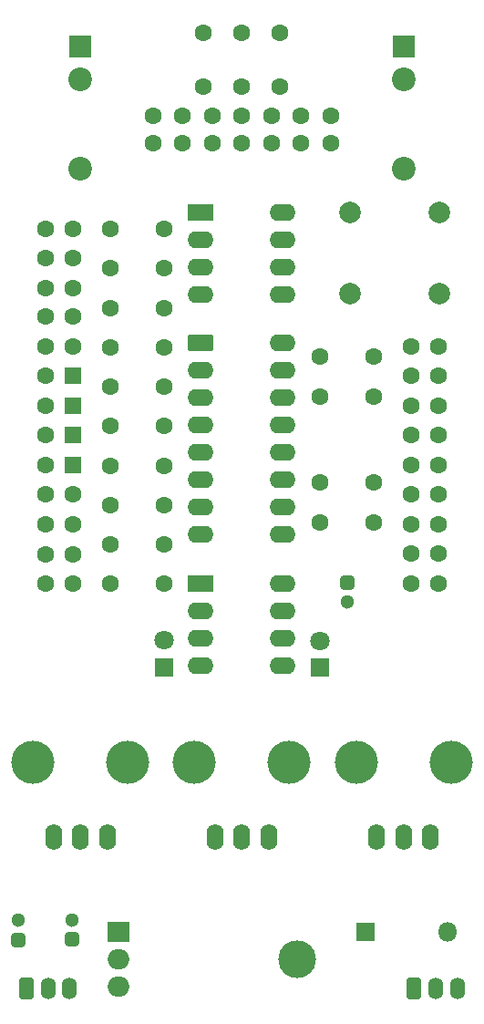
<source format=gbr>
%TF.GenerationSoftware,KiCad,Pcbnew,9.0.2*%
%TF.CreationDate,2025-06-29T10:57:22+10:00*%
%TF.ProjectId,Delay,44656c61-792e-46b6-9963-61645f706362,rev?*%
%TF.SameCoordinates,Original*%
%TF.FileFunction,Soldermask,Bot*%
%TF.FilePolarity,Negative*%
%FSLAX46Y46*%
G04 Gerber Fmt 4.6, Leading zero omitted, Abs format (unit mm)*
G04 Created by KiCad (PCBNEW 9.0.2) date 2025-06-29 10:57:22*
%MOMM*%
%LPD*%
G01*
G04 APERTURE LIST*
G04 Aperture macros list*
%AMRoundRect*
0 Rectangle with rounded corners*
0 $1 Rounding radius*
0 $2 $3 $4 $5 $6 $7 $8 $9 X,Y pos of 4 corners*
0 Add a 4 corners polygon primitive as box body*
4,1,4,$2,$3,$4,$5,$6,$7,$8,$9,$2,$3,0*
0 Add four circle primitives for the rounded corners*
1,1,$1+$1,$2,$3*
1,1,$1+$1,$4,$5*
1,1,$1+$1,$6,$7*
1,1,$1+$1,$8,$9*
0 Add four rect primitives between the rounded corners*
20,1,$1+$1,$2,$3,$4,$5,0*
20,1,$1+$1,$4,$5,$6,$7,0*
20,1,$1+$1,$6,$7,$8,$9,0*
20,1,$1+$1,$8,$9,$2,$3,0*%
G04 Aperture macros list end*
%ADD10C,1.600000*%
%ADD11C,4.000000*%
%ADD12O,1.600000X2.400000*%
%ADD13R,2.000000X2.000000*%
%ADD14C,2.200000*%
%ADD15RoundRect,0.250000X-0.550000X-0.550000X0.550000X-0.550000X0.550000X0.550000X-0.550000X0.550000X0*%
%ADD16C,3.500000*%
%ADD17R,2.000000X1.905000*%
%ADD18O,2.000000X1.905000*%
%ADD19R,2.400000X1.600000*%
%ADD20O,2.400000X1.600000*%
%ADD21R,1.800000X1.800000*%
%ADD22C,1.800000*%
%ADD23RoundRect,0.291666X-0.408334X-0.708334X0.408334X-0.708334X0.408334X0.708334X-0.408334X0.708334X0*%
%ADD24O,1.400000X2.000000*%
%ADD25RoundRect,0.250000X-0.950000X-0.550000X0.950000X-0.550000X0.950000X0.550000X-0.950000X0.550000X0*%
%ADD26C,2.000000*%
%ADD27RoundRect,0.270833X-0.379167X0.379167X-0.379167X-0.379167X0.379167X-0.379167X0.379167X0.379167X0*%
%ADD28C,1.300000*%
%ADD29O,1.800000X1.800000*%
%ADD30RoundRect,0.270833X0.379167X-0.379167X0.379167X0.379167X-0.379167X0.379167X-0.379167X-0.379167X0*%
G04 APERTURE END LIST*
D10*
%TO.C,R18*%
X168290000Y-83900000D03*
X165750000Y-83900000D03*
%TD*%
%TO.C,R3*%
X147250000Y-65040000D03*
X147250000Y-62500000D03*
%TD*%
%TO.C,C5*%
X137750000Y-94966667D03*
X142750000Y-94966667D03*
%TD*%
D11*
%TO.C,RV1*%
X130600000Y-122500000D03*
X139400000Y-122500000D03*
D12*
X137500001Y-129500000D03*
X135000000Y-129500000D03*
X132499999Y-129500000D03*
%TD*%
D13*
%TO.C,J2*%
X165000000Y-56020000D03*
D14*
X165000000Y-59120000D03*
X165000000Y-67420000D03*
%TD*%
D10*
%TO.C,R21*%
X168290000Y-92150000D03*
X165750000Y-92150000D03*
%TD*%
%TO.C,D2*%
X131800000Y-89400000D03*
D15*
X134340000Y-89400000D03*
%TD*%
D16*
%TO.C,U4*%
X155160000Y-140800000D03*
D17*
X138500000Y-138260000D03*
D18*
X138500000Y-140800000D03*
X138500000Y-143340000D03*
%TD*%
D10*
%TO.C,C15*%
X142750000Y-102288889D03*
X137750000Y-102288889D03*
%TD*%
%TO.C,R8*%
X131750000Y-81150000D03*
X134290000Y-81150000D03*
%TD*%
%TO.C,R6*%
X155500000Y-65040000D03*
X155500000Y-62500000D03*
%TD*%
%TO.C,C19*%
X162250000Y-96550000D03*
X157250000Y-96550000D03*
%TD*%
%TO.C,C11*%
X137750000Y-83983333D03*
X142750000Y-83983333D03*
%TD*%
%TO.C,C20*%
X157250000Y-100250000D03*
X162250000Y-100250000D03*
%TD*%
%TO.C,R10*%
X131800000Y-97650000D03*
X134340000Y-97650000D03*
%TD*%
%TO.C,R24*%
X131780500Y-103200000D03*
X134320500Y-103200000D03*
%TD*%
%TO.C,R14*%
X131750000Y-78450000D03*
X134290000Y-78450000D03*
%TD*%
%TO.C,R19*%
X168290000Y-86650000D03*
X165750000Y-86650000D03*
%TD*%
%TO.C,R4*%
X150000000Y-65040000D03*
X150000000Y-62500000D03*
%TD*%
%TO.C,R5*%
X152750000Y-65040000D03*
X152750000Y-62500000D03*
%TD*%
D19*
%TO.C,U2*%
X146190000Y-105940000D03*
D20*
X146190000Y-108480000D03*
X146190000Y-111020000D03*
X146190000Y-113560000D03*
X153810000Y-113560000D03*
X153810000Y-111020000D03*
X153810000Y-108480000D03*
X153810000Y-105940000D03*
%TD*%
D21*
%TO.C,C14*%
X142750000Y-113700000D03*
D22*
X142750000Y-111200000D03*
%TD*%
D10*
%TO.C,R15*%
X168290000Y-100400000D03*
X165750000Y-100400000D03*
%TD*%
D11*
%TO.C,RV2*%
X145600000Y-122500000D03*
X154400000Y-122500000D03*
D12*
X152500001Y-129500000D03*
X150000000Y-129500000D03*
X147499999Y-129500000D03*
%TD*%
D23*
%TO.C,J3*%
X130000000Y-143550000D03*
D24*
X132000000Y-143550000D03*
X134000000Y-143550000D03*
%TD*%
D10*
%TO.C,C6*%
X137750000Y-98627778D03*
X142750000Y-98627778D03*
%TD*%
D25*
%TO.C,U3*%
X146190000Y-83610000D03*
D20*
X146190000Y-86150000D03*
X146190000Y-88690000D03*
X146190000Y-91230000D03*
X146190000Y-93770000D03*
X146190000Y-96310000D03*
X146190000Y-98850000D03*
X146190000Y-101390000D03*
X153810000Y-101390000D03*
X153810000Y-98850000D03*
X153810000Y-96310000D03*
X153810000Y-93770000D03*
X153810000Y-91230000D03*
X153810000Y-88690000D03*
X153810000Y-86150000D03*
X153810000Y-83610000D03*
%TD*%
D10*
%TO.C,C1*%
X146400000Y-59790000D03*
X146400000Y-54790000D03*
%TD*%
D26*
%TO.C,C21*%
X168300000Y-71500000D03*
X168300000Y-79000000D03*
%TD*%
D23*
%TO.C,J4*%
X166000000Y-143550000D03*
D24*
X168000000Y-143550000D03*
X170000000Y-143550000D03*
%TD*%
D10*
%TO.C,R12*%
X131750000Y-72950000D03*
X134290000Y-72950000D03*
%TD*%
%TO.C,R1*%
X141750000Y-65040000D03*
X141750000Y-62500000D03*
%TD*%
%TO.C,C17*%
X162250000Y-84851000D03*
X157250000Y-84851000D03*
%TD*%
D19*
%TO.C,U1*%
X146190000Y-71440000D03*
D20*
X146190000Y-73980000D03*
X146190000Y-76520000D03*
X146190000Y-79060000D03*
X153810000Y-79060000D03*
X153810000Y-76520000D03*
X153810000Y-73980000D03*
X153810000Y-71440000D03*
%TD*%
D10*
%TO.C,D3*%
X131800000Y-92150000D03*
D15*
X134340000Y-92150000D03*
%TD*%
D10*
%TO.C,C4*%
X137750000Y-91305556D03*
X142750000Y-91305556D03*
%TD*%
D21*
%TO.C,C13*%
X157250000Y-113750000D03*
D22*
X157250000Y-111250000D03*
%TD*%
D10*
%TO.C,C8*%
X137750000Y-73000000D03*
X142750000Y-73000000D03*
%TD*%
%TO.C,C2*%
X150000000Y-54790000D03*
X150000000Y-59790000D03*
%TD*%
%TO.C,C10*%
X137750000Y-80322222D03*
X142750000Y-80322222D03*
%TD*%
%TO.C,C18*%
X157250000Y-88551000D03*
X162250000Y-88551000D03*
%TD*%
%TO.C,D1*%
X131800000Y-86650000D03*
D15*
X134340000Y-86650000D03*
%TD*%
D27*
%TO.C,C7*%
X159750000Y-105850000D03*
D28*
X159750000Y-107650000D03*
%TD*%
D10*
%TO.C,R22*%
X168290000Y-94900000D03*
X165750000Y-94900000D03*
%TD*%
%TO.C,C3*%
X153500000Y-54790000D03*
X153500000Y-59790000D03*
%TD*%
%TO.C,R16*%
X168290000Y-103150000D03*
X165750000Y-103150000D03*
%TD*%
D21*
%TO.C,D5*%
X161500000Y-138300000D03*
D29*
X169120000Y-138300000D03*
%TD*%
D10*
%TO.C,R25*%
X131780500Y-105950000D03*
X134320500Y-105950000D03*
%TD*%
D13*
%TO.C,J1*%
X135000000Y-56020000D03*
D14*
X135000000Y-59120000D03*
X135000000Y-67420000D03*
%TD*%
D10*
%TO.C,R17*%
X168290000Y-105900000D03*
X165750000Y-105900000D03*
%TD*%
%TO.C,R23*%
X168290000Y-97650000D03*
X165750000Y-97650000D03*
%TD*%
D30*
%TO.C,C23*%
X134250000Y-138950000D03*
D28*
X134250000Y-137150000D03*
%TD*%
D11*
%TO.C,RV3*%
X160600000Y-122500000D03*
X169400000Y-122500000D03*
D12*
X167500001Y-129500000D03*
X165000000Y-129500000D03*
X162499999Y-129500000D03*
%TD*%
D10*
%TO.C,R20*%
X168290000Y-89400000D03*
X165750000Y-89400000D03*
%TD*%
%TO.C,R9*%
X131800000Y-83900000D03*
X134340000Y-83900000D03*
%TD*%
%TO.C,C12*%
X142750000Y-87644444D03*
X137750000Y-87644444D03*
%TD*%
%TO.C,D4*%
X131800000Y-94900000D03*
D15*
X134340000Y-94900000D03*
%TD*%
D10*
%TO.C,R13*%
X131750000Y-75700000D03*
X134290000Y-75700000D03*
%TD*%
%TO.C,R2*%
X144500000Y-65040000D03*
X144500000Y-62500000D03*
%TD*%
%TO.C,R7*%
X158250000Y-65040000D03*
X158250000Y-62500000D03*
%TD*%
D30*
%TO.C,C24*%
X129250000Y-139000000D03*
D28*
X129250000Y-137200000D03*
%TD*%
D10*
%TO.C,C9*%
X137750000Y-76661111D03*
X142750000Y-76661111D03*
%TD*%
%TO.C,C16*%
X142750000Y-105950000D03*
X137750000Y-105950000D03*
%TD*%
%TO.C,R11*%
X131800000Y-100450000D03*
X134340000Y-100450000D03*
%TD*%
D26*
%TO.C,C22*%
X160000000Y-71500000D03*
X160000000Y-79000000D03*
%TD*%
M02*

</source>
